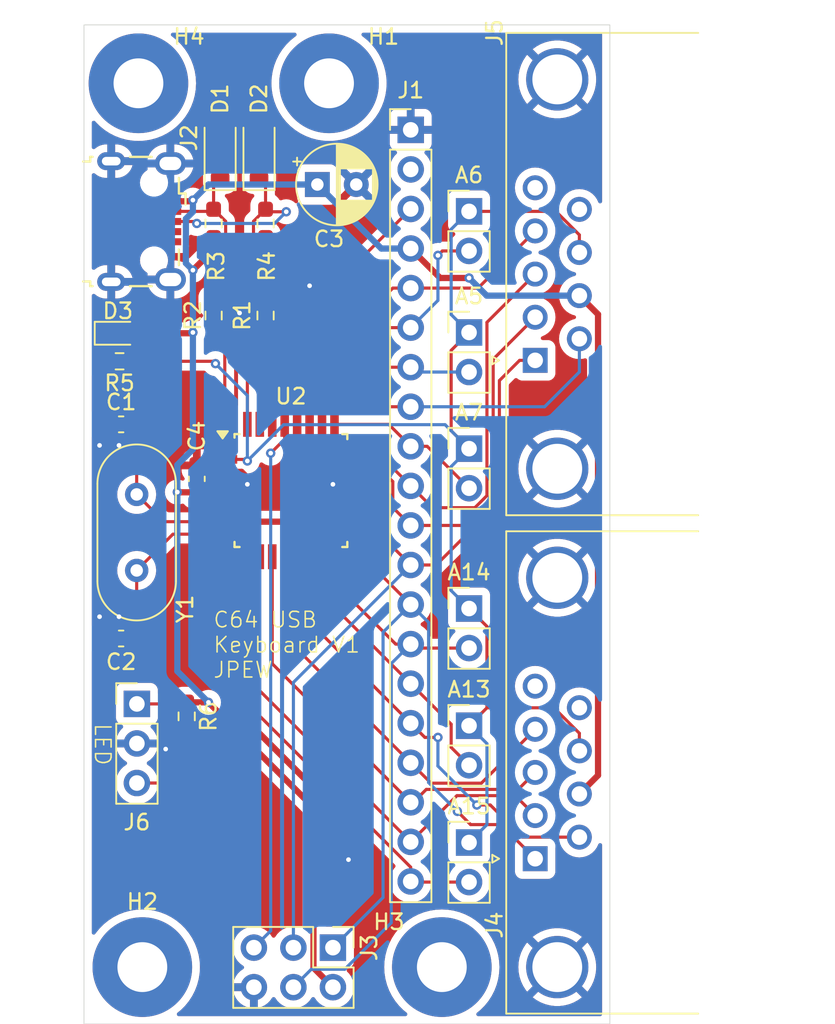
<source format=kicad_pcb>
(kicad_pcb (version 20240108) (generator "pcbnew") (generator_version "8.0")
  (layers (0 "F.Cu" signal) (31 "B.Cu" signal) (34 "B.Paste" user) (35 "F.Paste" user) (36 "B.SilkS" user "B.Silkscreen") (37 "F.SilkS" user "F.Silkscreen") (38 "B.Mask" user) (39 "F.Mask" user) (44 "Edge.Cuts" user))
  (net 0 "")
  (net 1 "/D-")
  (net 2 "GNDREF")
  (net 3 "/D+")
  (net 4 "Net-(D3-K)")
  (net 5 "/ROW_3")
  (net 6 "/ROW_2")
  (net 7 "/COL_1")
  (net 8 "/COL_3")
  (net 9 "/COL_4")
  (net 10 "/ROW_5")
  (net 11 "/COL_7")
  (net 12 "/ROW_4")
  (net 13 "/ROW_1")
  (net 14 "/COL_5")
  (net 15 "/COL_2")
  (net 16 "/COL_6")
  (net 18 "/ROW_7")
  (net 19 "/COL_0")
  (net 20 "/ROW_6")
  (net 21 "/ROW_0")
  (net 22 "/PWR")
  (net 23 "/RESTORE")
  (net 24 "/RESET")
  (net 30 "Net-(J6-Pin_1)")
  (net 31 "/AUX")
  (net 35 "/XTAL1")
  (net 36 "/XTAL2")
  (net 37 "Net-(U2-PD2)")
  (net 38 "Net-(U2-PD3)")
  (footprint "Capacitor_SMD:C_0603_1608Metric_Pad1.08x0.95mm_HandSolder" (layer "F.Cu") (at 125.25 82.15 90)
    (property "Reference" "C4" (at 2.75 0 90) (layer "F.SilkS"))
    (property "Value" "100nF")
    (pad "1" smd roundrect (at -0.8625 0 90) (size 1.075 0.95) (layers "F.Cu" "F.Paste" "F.Mask") (net 22 "/PWR"))
    (pad "2" smd roundrect (at 0.8625 0 90) (size 1.075 0.95) (layers "F.Cu" "F.Paste" "F.Mask") (net 2 "GNDREF"))
  )
  (footprint "Connector_PinHeader_2.54mm:PinHeader_1x02_P2.54mm_Vertical" (layer "F.Cu") (at 142.75 98)
    (property "Reference" "A13" (at 0 -2.33 0) (layer "F.SilkS"))
    (property "Value" "~")
    (pad "1" thru_hole rect (at 0 0) (size 1.7 1.7) (drill 1) (layers "*.Cu" "*.Mask") (net 31 "/AUX"))
    (pad "2" thru_hole oval (at 0 2.54) (size 1.7 1.7) (drill 1) (layers "*.Cu" "*.Mask") (net 10 "/ROW_5"))
  )
  (footprint "Connector_PinHeader_2.54mm:PinHeader_1x02_P2.54mm_Vertical" (layer "F.Cu") (at 142.75 90.475)
    (property "Reference" "A14" (at 0 -2.33 0) (layer "F.SilkS"))
    (property "Value" "~")
    (pad "1" thru_hole rect (at 0 0) (size 1.7 1.7) (drill 1) (layers "*.Cu" "*.Mask") (net 31 "/AUX"))
    (pad "2" thru_hole oval (at 0 2.54) (size 1.7 1.7) (drill 1) (layers "*.Cu" "*.Mask") (net 20 "/ROW_6"))
  )
  (footprint "Connector_Dsub:DSUB-9_Male_Horizontal_P2.77x2.84mm_EdgePinOffset7.70mm_Housed_MountingHolesOffset9.12mm" (layer "F.Cu") (at 147 74.54 90)
    (property "Reference" "J5" (at 21.04 -2.61 90) (layer "F.SilkS"))
    (property "Value" "Joystick2")
    (pad "0" thru_hole circle (at -6.96 1.42 90) (size 4 4) (drill 3.2) (layers "*.Cu" "*.Mask") (net 2 "GNDREF"))
    (pad "0" thru_hole circle (at 18.04 1.42 90) (size 4 4) (drill 3.2) (layers "*.Cu" "*.Mask") (net 2 "GNDREF"))
    (pad "1" thru_hole rect (at 0 0 90) (size 1.6 1.6) (drill 1) (layers "*.Cu" "*.Mask") (net 19 "/COL_0"))
    (pad "2" thru_hole circle (at 2.77 0 90) (size 1.6 1.6) (drill 1) (layers "*.Cu" "*.Mask") (net 7 "/COL_1"))
    (pad "3" thru_hole circle (at 5.54 0 90) (size 1.6 1.6) (drill 1) (layers "*.Cu" "*.Mask") (net 15 "/COL_2"))
    (pad "4" thru_hole circle (at 8.31 0 90) (size 1.6 1.6) (drill 1) (layers "*.Cu" "*.Mask") (net 8 "/COL_3"))
    (pad "5" thru_hole circle (at 11.08 0 90) (size 1.6 1.6) (drill 1) (layers "*.Cu" "*.Mask"))
    (pad "6" thru_hole circle (at 1.385 2.84 90) (size 1.6 1.6) (drill 1) (layers "*.Cu" "*.Mask") (net 9 "/COL_4"))
    (pad "7" thru_hole circle (at 4.155 2.84 90) (size 1.6 1.6) (drill 1) (layers "*.Cu" "*.Mask") (net 22 "/PWR"))
    (pad "8" thru_hole circle (at 6.925 2.84 90) (size 1.6 1.6) (drill 1) (layers "*.Cu" "*.Mask") (net 31 "/AUX"))
    (pad "9" thru_hole circle (at 9.695 2.84 90) (size 1.6 1.6) (drill 1) (layers "*.Cu" "*.Mask"))
  )
  (footprint "Capacitor_SMD:C_0603_1608Metric_Pad1.08x0.95mm_HandSolder" (layer "F.Cu") (at 120.3875 92.4)
    (property "Reference" "C2" (at 0 1.5 0) (layer "F.SilkS"))
    (property "Value" "20pF")
    (pad "1" smd roundrect (at -0.8625 0) (size 1.075 0.95) (layers "F.Cu" "F.Paste" "F.Mask") (net 2 "GNDREF"))
    (pad "2" smd roundrect (at 0.8625 0) (size 1.075 0.95) (layers "F.Cu" "F.Paste" "F.Mask") (net 36 "/XTAL2"))
  )
  (footprint "Connector_PinHeader_2.54mm:PinHeader_2x03_P2.54mm_Vertical" (layer "F.Cu") (at 134 112.25 -90)
    (property "Reference" "J3" (at 0 -2.33 90) (layer "F.SilkS"))
    (property "Value" "AVR-ISP-6")
    (pad "1" thru_hole rect (at 0 0 270) (size 1.7 1.7) (drill 1) (layers "*.Cu" "*.Mask") (net 21 "/ROW_0"))
    (pad "2" thru_hole oval (at 2.54 0 270) (size 1.7 1.7) (drill 1) (layers "*.Cu" "*.Mask") (net 22 "/PWR"))
    (pad "3" thru_hole oval (at 0 2.54 270) (size 1.7 1.7) (drill 1) (layers "*.Cu" "*.Mask") (net 19 "/COL_0"))
    (pad "4" thru_hole oval (at 2.54 2.54 270) (size 1.7 1.7) (drill 1) (layers "*.Cu" "*.Mask") (net 20 "/ROW_6"))
    (pad "5" thru_hole oval (at 0 5.08 270) (size 1.7 1.7) (drill 1) (layers "*.Cu" "*.Mask") (net 24 "/RESET"))
    (pad "6" thru_hole oval (at 2.54 5.08 270) (size 1.7 1.7) (drill 1) (layers "*.Cu" "*.Mask") (net 2 "GNDREF"))
  )
  (footprint "Connector_PinHeader_2.54mm:PinHeader_1x03_P2.54mm_Vertical" (layer "F.Cu") (at 121.4 96.6)
    (property "Reference" "J6" (at 0 7.6 0) (layer "F.SilkS"))
    (property "Value" "LED")
    (pad "1" thru_hole rect (at 0 0) (size 1.7 1.7) (drill 1) (layers "*.Cu" "*.Mask") (net 30 "Net-(J6-Pin_1)"))
    (pad "2" thru_hole oval (at 0 2.54) (size 1.7 1.7) (drill 1) (layers "*.Cu" "*.Mask") (net 2 "GNDREF"))
    (pad "3" thru_hole oval (at 0 5.08) (size 1.7 1.7) (drill 1) (layers "*.Cu" "*.Mask") (net 30 "Net-(J6-Pin_1)"))
  )
  (footprint "Connector_PinHeader_2.54mm:PinHeader_1x02_P2.54mm_Vertical" (layer "F.Cu") (at 142.75 72.75)
    (property "Reference" "A5" (at 0 -2.33 0) (layer "F.SilkS"))
    (property "Value" "~")
    (pad "1" thru_hole rect (at 0 0) (size 1.7 1.7) (drill 1) (layers "*.Cu" "*.Mask") (net 31 "/AUX"))
    (pad "2" thru_hole oval (at 0 2.54) (size 1.7 1.7) (drill 1) (layers "*.Cu" "*.Mask") (net 14 "/COL_5"))
  )
  (footprint "Diode_SMD:D_SOD-123" (layer "F.Cu") (at 129.25 61.25 90)
    (property "Reference" "D2" (at 3.5 0 90) (layer "F.SilkS"))
    (property "Value" "3.6V")
    (pad "1" smd roundrect (at -1.65 0 90) (size 0.9 1.2) (layers "F.Cu" "F.Paste" "F.Mask") (net 3 "/D+"))
    (pad "2" smd roundrect (at 1.65 0 90) (size 0.9 1.2) (layers "F.Cu" "F.Paste" "F.Mask") (net 2 "GNDREF"))
  )
  (footprint "Resistor_SMD:R_0603_1608Metric_Pad0.98x0.95mm_HandSolder" (layer "F.Cu") (at 129.67 71.6625 90)
    (property "Reference" "R1" (at 0 -1.5 90) (layer "F.SilkS"))
    (property "Value" "68")
    (pad "1" smd roundrect (at -0.9125 0 90) (size 0.975 0.95) (layers "F.Cu" "F.Paste" "F.Mask") (net 37 "Net-(U2-PD2)"))
    (pad "2" smd roundrect (at 0.9125 0 90) (size 0.975 0.95) (layers "F.Cu" "F.Paste" "F.Mask") (net 3 "/D+"))
  )
  (footprint "Package_QFP:TQFP-32_7x7mm_P0.8mm" (layer "F.Cu") (at 131.3 82.9)
    (property "Reference" "U2" (at 0 -6.05 0) (layer "F.SilkS"))
    (property "Value" "ATmega88-20A")
    (pad "1" smd rect (at -4.25 -2.8) (size 1.6 0.55) (layers "F.Cu" "F.Paste" "F.Mask") (net 38 "Net-(U2-PD3)"))
    (pad "2" smd rect (at -4.25 -2) (size 1.6 0.55) (layers "F.Cu" "F.Paste" "F.Mask") (net 31 "/AUX"))
    (pad "3" smd rect (at -4.25 -1.2) (size 1.6 0.55) (layers "F.Cu" "F.Paste" "F.Mask") (net 2 "GNDREF"))
    (pad "4" smd rect (at -4.25 -0.4) (size 1.6 0.55) (layers "F.Cu" "F.Paste" "F.Mask") (net 22 "/PWR"))
    (pad "5" smd rect (at -4.25 0.4) (size 1.6 0.55) (layers "F.Cu" "F.Paste" "F.Mask") (net 2 "GNDREF"))
    (pad "6" smd rect (at -4.25 1.2) (size 1.6 0.55) (layers "F.Cu" "F.Paste" "F.Mask") (net 22 "/PWR"))
    (pad "7" smd rect (at -4.25 2) (size 1.6 0.55) (layers "F.Cu" "F.Paste" "F.Mask") (net 35 "/XTAL1"))
    (pad "8" smd rect (at -4.25 2.8) (size 1.6 0.55) (layers "F.Cu" "F.Paste" "F.Mask") (net 36 "/XTAL2"))
    (pad "9" smd rect (at -2.8 4.25 90) (size 1.6 0.55) (layers "F.Cu" "F.Paste" "F.Mask") (net 18 "/ROW_7"))
    (pad "10" smd rect (at -2 4.25 90) (size 1.6 0.55) (layers "F.Cu" "F.Paste" "F.Mask") (net 13 "/ROW_1"))
    (pad "11" smd rect (at -1.2 4.25 90) (size 1.6 0.55) (layers "F.Cu" "F.Paste" "F.Mask") (net 6 "/ROW_2"))
    (pad "12" smd rect (at -0.4 4.25 90) (size 1.6 0.55) (layers "F.Cu" "F.Paste" "F.Mask") (net 5 "/ROW_3"))
    (pad "13" smd rect (at 0.4 4.25 90) (size 1.6 0.55) (layers "F.Cu" "F.Paste" "F.Mask") (net 12 "/ROW_4"))
    (pad "14" smd rect (at 1.2 4.25 90) (size 1.6 0.55) (layers "F.Cu" "F.Paste" "F.Mask") (net 10 "/ROW_5"))
    (pad "15" smd rect (at 2 4.25 90) (size 1.6 0.55) (layers "F.Cu" "F.Paste" "F.Mask") (net 20 "/ROW_6"))
    (pad "16" smd rect (at 2.8 4.25 90) (size 1.6 0.55) (layers "F.Cu" "F.Paste" "F.Mask") (net 21 "/ROW_0"))
    (pad "17" smd rect (at 4.25 2.8) (size 1.6 0.55) (layers "F.Cu" "F.Paste" "F.Mask") (net 19 "/COL_0"))
    (pad "18" smd rect (at 4.25 2) (size 1.6 0.55) (layers "F.Cu" "F.Paste" "F.Mask") (net 22 "/PWR"))
    (pad "19" smd rect (at 4.25 1.2) (size 1.6 0.55) (layers "F.Cu" "F.Paste" "F.Mask"))
    (pad "20" smd rect (at 4.25 0.4) (size 1.6 0.55) (layers "F.Cu" "F.Paste" "F.Mask"))
    (pad "21" smd rect (at 4.25 -0.4) (size 1.6 0.55) (layers "F.Cu" "F.Paste" "F.Mask") (net 2 "GNDREF"))
    (pad "22" smd rect (at 4.25 -1.2) (size 1.6 0.55) (layers "F.Cu" "F.Paste" "F.Mask"))
    (pad "23" smd rect (at 4.25 -2) (size 1.6 0.55) (layers "F.Cu" "F.Paste" "F.Mask") (net 7 "/COL_1"))
    (pad "24" smd rect (at 4.25 -2.8) (size 1.6 0.55) (layers "F.Cu" "F.Paste" "F.Mask") (net 15 "/COL_2"))
    (pad "25" smd rect (at 2.8 -4.25 90) (size 1.6 0.55) (layers "F.Cu" "F.Paste" "F.Mask") (net 11 "/COL_7"))
    (pad "26" smd rect (at 2 -4.25 90) (size 1.6 0.55) (layers "F.Cu" "F.Paste" "F.Mask") (net 9 "/COL_4"))
    (pad "27" smd rect (at 1.2 -4.25 90) (size 1.6 0.55) (layers "F.Cu" "F.Paste" "F.Mask") (net 14 "/COL_5"))
    (pad "28" smd rect (at 0.4 -4.25 90) (size 1.6 0.55) (layers "F.Cu" "F.Paste" "F.Mask") (net 16 "/COL_6"))
    (pad "29" smd rect (at -0.4 -4.25 90) (size 1.6 0.55) (layers "F.Cu" "F.Paste" "F.Mask") (net 24 "/RESET"))
    (pad "30" smd rect (at -1.2 -4.25 90) (size 1.6 0.55) (layers "F.Cu" "F.Paste" "F.Mask") (net 8 "/COL_3"))
    (pad "31" smd rect (at -2 -4.25 90) (size 1.6 0.55) (layers "F.Cu" "F.Paste" "F.Mask") (net 23 "/RESTORE"))
    (pad "32" smd rect (at -2.8 -4.25 90) (size 1.6 0.55) (layers "F.Cu" "F.Paste" "F.Mask") (net 37 "Net-(U2-PD2)"))
  )
  (footprint "Connector_PinHeader_2.54mm:PinHeader_1x02_P2.54mm_Vertical" (layer "F.Cu") (at 142.75 80.21)
    (property "Reference" "A7" (at 0 -2.33 0) (layer "F.SilkS"))
    (property "Value" "~")
    (pad "1" thru_hole rect (at 0 0) (size 1.7 1.7) (drill 1) (layers "*.Cu" "*.Mask") (net 31 "/AUX"))
    (pad "2" thru_hole oval (at 0 2.54) (size 1.7 1.7) (drill 1) (layers "*.Cu" "*.Mask") (net 11 "/COL_7"))
  )
  (footprint "Resistor_SMD:R_0603_1608Metric_Pad0.98x0.95mm_HandSolder" (layer "F.Cu") (at 129.67 65.75 90)
    (property "Reference" "R4" (at -2.75 0.08 90) (layer "F.SilkS"))
    (property "Value" "1M")
    (pad "1" smd roundrect (at -0.9125 0 90) (size 0.975 0.95) (layers "F.Cu" "F.Paste" "F.Mask") (net 2 "GNDREF"))
    (pad "2" smd roundrect (at 0.9125 0 90) (size 0.975 0.95) (layers "F.Cu" "F.Paste" "F.Mask") (net 3 "/D+"))
  )
  (footprint "Connector_PinHeader_2.54mm:PinHeader_1x02_P2.54mm_Vertical" (layer "F.Cu") (at 142.75 64.975)
    (property "Reference" "A6" (at 0 -2.33 0) (layer "F.SilkS"))
    (property "Value" "~")
    (pad "1" thru_hole rect (at 0 0) (size 1.7 1.7) (drill 1) (layers "*.Cu" "*.Mask") (net 31 "/AUX"))
    (pad "2" thru_hole oval (at 0 2.54) (size 1.7 1.7) (drill 1) (layers "*.Cu" "*.Mask") (net 16 "/COL_6"))
  )
  (footprint "Connector_PinHeader_2.54mm:PinHeader_1x20_P2.54mm_Vertical" (layer "F.Cu") (at 139 59.74)
    (property "Reference" "J1" (at 0 -2.54 0) (layer "F.SilkS"))
    (property "Value" "Keyboard")
    (pad "1" thru_hole rect (at 0 0) (size 1.7 1.7) (drill 1) (layers "*.Cu" "*.Mask") (net 2 "GNDREF"))
    (pad "2" thru_hole oval (at 0 2.54) (size 1.7 1.7) (drill 1) (layers "*.Cu" "*.Mask"))
    (pad "3" thru_hole oval (at 0 5.08) (size 1.7 1.7) (drill 1) (layers "*.Cu" "*.Mask") (net 23 "/RESTORE"))
    (pad "4" thru_hole oval (at 0 7.62) (size 1.7 1.7) (drill 1) (layers "*.Cu" "*.Mask") (net 22 "/PWR"))
    (pad "5" thru_hole oval (at 0 10.16) (size 1.7 1.7) (drill 1) (layers "*.Cu" "*.Mask") (net 8 "/COL_3"))
    (pad "6" thru_hole oval (at 0 12.7) (size 1.7 1.7) (drill 1) (layers "*.Cu" "*.Mask") (net 16 "/COL_6"))
    (pad "7" thru_hole oval (at 0 15.24) (size 1.7 1.7) (drill 1) (layers "*.Cu" "*.Mask") (net 14 "/COL_5"))
    (pad "8" thru_hole oval (at 0 17.78) (size 1.7 1.7) (drill 1) (layers "*.Cu" "*.Mask") (net 9 "/COL_4"))
    (pad "9" thru_hole oval (at 0 20.32) (size 1.7 1.7) (drill 1) (layers "*.Cu" "*.Mask") (net 11 "/COL_7"))
    (pad "10" thru_hole oval (at 0 22.86) (size 1.7 1.7) (drill 1) (layers "*.Cu" "*.Mask") (net 15 "/COL_2"))
    (pad "11" thru_hole oval (at 0 25.4) (size 1.7 1.7) (drill 1) (layers "*.Cu" "*.Mask") (net 7 "/COL_1"))
    (pad "12" thru_hole oval (at 0 27.94) (size 1.7 1.7) (drill 1) (layers "*.Cu" "*.Mask") (net 19 "/COL_0"))
    (pad "13" thru_hole oval (at 0 30.48) (size 1.7 1.7) (drill 1) (layers "*.Cu" "*.Mask") (net 21 "/ROW_0"))
    (pad "14" thru_hole oval (at 0 33.02) (size 1.7 1.7) (drill 1) (layers "*.Cu" "*.Mask") (net 20 "/ROW_6"))
    (pad "15" thru_hole oval (at 0 35.56) (size 1.7 1.7) (drill 1) (layers "*.Cu" "*.Mask") (net 10 "/ROW_5"))
    (pad "16" thru_hole oval (at 0 38.1) (size 1.7 1.7) (drill 1) (layers "*.Cu" "*.Mask") (net 12 "/ROW_4"))
    (pad "17" thru_hole oval (at 0 40.64) (size 1.7 1.7) (drill 1) (layers "*.Cu" "*.Mask") (net 5 "/ROW_3"))
    (pad "18" thru_hole oval (at 0 43.18) (size 1.7 1.7) (drill 1) (layers "*.Cu" "*.Mask") (net 6 "/ROW_2"))
    (pad "19" thru_hole oval (at 0 45.72) (size 1.7 1.7) (drill 1) (layers "*.Cu" "*.Mask") (net 13 "/ROW_1"))
    (pad "20" thru_hole oval (at 0 48.26) (size 1.7 1.7) (drill 1) (layers "*.Cu" "*.Mask") (net 18 "/ROW_7"))
  )
  (footprint "Connector_Dsub:DSUB-9_Male_Horizontal_P2.77x2.84mm_EdgePinOffset7.70mm_Housed_MountingHolesOffset9.12mm" (layer "F.Cu") (at 147 106.54 90)
    (property "Reference" "J4" (at -4.26 -2.61 90) (layer "F.SilkS"))
    (property "Value" "Joystick1")
    (pad "0" thru_hole circle (at -6.96 1.42 90) (size 4 4) (drill 3.2) (layers "*.Cu" "*.Mask") (net 2 "GNDREF"))
    (pad "0" thru_hole circle (at 18.04 1.42 90) (size 4 4) (drill 3.2) (layers "*.Cu" "*.Mask") (net 2 "GNDREF"))
    (pad "1" thru_hole rect (at 0 0 90) (size 1.6 1.6) (drill 1) (layers "*.Cu" "*.Mask") (net 21 "/ROW_0"))
    (pad "2" thru_hole circle (at 2.77 0 90) (size 1.6 1.6) (drill 1) (layers "*.Cu" "*.Mask") (net 13 "/ROW_1"))
    (pad "3" thru_hole circle (at 5.54 0 90) (size 1.6 1.6) (drill 1) (layers "*.Cu" "*.Mask") (net 6 "/ROW_2"))
    (pad "4" thru_hole circle (at 8.31 0 90) (size 1.6 1.6) (drill 1) (layers "*.Cu" "*.Mask") (net 5 "/ROW_3"))
    (pad "5" thru_hole circle (at 11.08 0 90) (size 1.6 1.6) (drill 1) (layers "*.Cu" "*.Mask"))
    (pad "6" thru_hole circle (at 1.385 2.84 90) (size 1.6 1.6) (drill 1) (layers "*.Cu" "*.Mask") (net 12 "/ROW_4"))
    (pad "7" thru_hole circle (at 4.155 2.84 90) (size 1.6 1.6) (drill 1) (layers "*.Cu" "*.Mask") (net 22 "/PWR"))
    (pad "8" thru_hole circle (at 6.925 2.84 90) (size 1.6 1.6) (drill 1) (layers "*.Cu" "*.Mask") (net 31 "/AUX"))
    (pad "9" thru_hole circle (at 9.695 2.84 90) (size 1.6 1.6) (drill 1) (layers "*.Cu" "*.Mask"))
  )
  (footprint "Diode_SMD:D_SOD-123" (layer "F.Cu") (at 126.75 61.25 90)
    (property "Reference" "D1" (at 3.5 0 90) (layer "F.SilkS"))
    (property "Value" "3.6V")
    (pad "1" smd roundrect (at -1.65 0 90) (size 0.9 1.2) (layers "F.Cu" "F.Paste" "F.Mask") (net 1 "/D-"))
    (pad "2" smd roundrect (at 1.65 0 90) (size 0.9 1.2) (layers "F.Cu" "F.Paste" "F.Mask") (net 2 "GNDREF"))
  )
  (footprint "Capacitor_SMD:C_0603_1608Metric_Pad1.08x0.95mm_HandSolder" (layer "F.Cu") (at 120.3875 78.65)
    (property "Reference" "C1" (at 0 -1.43 0) (layer "F.SilkS"))
    (property "Value" "20pF")
    (pad "1" smd roundrect (at -0.8625 0) (size 1.075 0.95) (layers "F.Cu" "F.Paste" "F.Mask") (net 2 "GNDREF"))
    (pad "2" smd roundrect (at 0.8625 0) (size 1.075 0.95) (layers "F.Cu" "F.Paste" "F.Mask") (net 35 "/XTAL1"))
  )
  (footprint "Resistor_SMD:R_0603_1608Metric_Pad0.98x0.95mm_HandSolder" (layer "F.Cu") (at 126.33 71.6625 90)
    (property "Reference" "R2" (at 0 -1.33 90) (layer "F.SilkS"))
    (property "Value" "68")
    (pad "1" smd roundrect (at -0.9125 0 90) (size 0.975 0.95) (layers "F.Cu" "F.Paste" "F.Mask") (net 38 "Net-(U2-PD3)"))
    (pad "2" smd roundrect (at 0.9125 0 90) (size 0.975 0.95) (layers "F.Cu" "F.Paste" "F.Mask") (net 1 "/D-"))
  )
  (footprint "LED_SMD:LED_0603_1608Metric" (layer "F.Cu") (at 120.175 72.8)
    (property "Reference" "D3" (at 0 -1.43 0) (layer "F.SilkS"))
    (property "Value" "LED")
    (pad "1" smd roundrect (at -0.7875 0) (size 0.875 0.95) (layers "F.Cu" "F.Paste" "F.Mask") (net 4 "Net-(D3-K)"))
    (pad "2" smd roundrect (at 0.7875 0) (size 0.875 0.95) (layers "F.Cu" "F.Paste" "F.Mask") (net 22 "/PWR"))
  )
  (footprint "Resistor_SMD:R_0603_1608Metric_Pad0.98x0.95mm_HandSolder" (layer "F.Cu") (at 120.2875 74.6 180)
    (property "Reference" "R5" (at 0 -1.4 0) (layer "F.SilkS"))
    (property "Value" "120")
    (pad "1" smd roundrect (at -0.9125 0 180) (size 0.975 0.95) (layers "F.Cu" "F.Paste" "F.Mask") (net 31 "/AUX"))
    (pad "2" smd roundrect (at 0.9125 0 180) (size 0.975 0.95) (layers "F.Cu" "F.Paste" "F.Mask") (net 4 "Net-(D3-K)"))
  )
  (footprint "Capacitor_THT:CP_Radial_D5.0mm_P2.50mm" (layer "F.Cu") (at 133 63.25)
    (property "Reference" "C3" (at 0.75 3.5 0) (layer "F.SilkS"))
    (property "Value" "4.7uF")
    (pad "1" thru_hole rect (at 0 0) (size 1.6 1.6) (drill 0.8) (layers "*.Cu" "*.Mask") (net 22 "/PWR"))
    (pad "2" thru_hole circle (at 2.5 0) (size 1.6 1.6) (drill 0.8) (layers "*.Cu" "*.Mask") (net 2 "GNDREF"))
  )
  (footprint "MountingHole:MountingHole_3.2mm_M3_Pad_TopBottom" (layer "F.Cu") (at 121.5 56.75)
    (property "Reference" "H4" (at 3.25 -3 0) (layer "F.SilkS"))
    (property "Value" "MountingHole")
    (pad "1" thru_hole circle (at 0 0) (size 3.6 3.6) (drill 3.2) (layers "*.Cu" "*.Mask"))
    (pad "1" connect circle (at 0 0) (size 6.4 6.4) (layers "F.Cu" "F.Mask"))
    (pad "1" connect circle (at 0 0) (size 6.4 6.4) (layers "B.Cu" "B.Mask"))
  )
  (footprint "Connector_USB:USB_Micro-B_Wuerth_629105150521" (layer "F.Cu") (at 121.7 65.625 -90)
    (property "Reference" "J2" (at -5.375 -3.05 90) (layer "F.SilkS"))
    (property "Value" "USB_B_Micro")
    (pad "" np_thru_hole oval (at -2.5 -0.8 270) (size 0.8 0.8) (drill 0.8) (layers "*.Cu" "*.Mask"))
    (pad "" np_thru_hole oval (at 2.5 -0.8 270) (size 0.8 0.8) (drill 0.8) (layers "*.Cu" "*.Mask"))
    (pad "1" smd rect (at -1.3 -1.9 270) (size 0.45 1.3) (layers "F.Cu" "F.Paste" "F.Mask") (net 22 "/PWR"))
    (pad "2" smd rect (at -0.65 -1.9 270) (size 0.45 1.3) (layers "F.Cu" "F.Paste" "F.Mask") (net 1 "/D-"))
    (pad "3" smd rect (at 0 -1.9 270) (size 0.45 1.3) (layers "F.Cu" "F.Paste" "F.Mask") (net 3 "/D+"))
    (pad "4" smd rect (at 0.65 -1.9 270) (size 0.45 1.3) (layers "F.Cu" "F.Paste" "F.Mask"))
    (pad "5" smd rect (at 1.3 -1.9 270) (size 0.45 1.3) (layers "F.Cu" "F.Paste" "F.Mask") (net 2 "GNDREF"))
    (pad "6" thru_hole oval (at -3.875 1.95 270) (size 1.15 1.8) (drill oval 0.55 1.2) (layers "*.Cu" "*.Mask") (net 2 "GNDREF"))
    (pad "6" thru_hole oval (at -3.725 -1.85 270) (size 1.45 2) (drill oval 0.85 1.4) (layers "*.Cu" "*.Mask") (net 2 "GNDREF"))
    (pad "6" thru_hole oval (at 3.725 -1.85 270) (size 1.45 2) (drill oval 0.85 1.4) (layers "*.Cu" "*.Mask") (net 2 "GNDREF"))
    (pad "6" thru_hole oval (at 3.875 1.95 270) (size 1.15 1.8) (drill oval 0.55 1.2) (layers "*.Cu" "*.Mask") (net 2 "GNDREF"))
  )
  (footprint "Crystal:Crystal_HC49-U_Vertical" (layer "F.Cu") (at 121.3875 88.03 90)
    (property "Reference" "Y1" (at -2.47 3.1125 90) (layer "F.SilkS"))
    (property "Value" "16MHz")
    (pad "1" thru_hole circle (at 0 0 90) (size 1.5 1.5) (drill 0.8) (layers "*.Cu" "*.Mask") (net 36 "/XTAL2"))
    (pad "2" thru_hole circle (at 4.88 0 90) (size 1.5 1.5) (drill 0.8) (layers "*.Cu" "*.Mask") (net 35 "/XTAL1"))
  )
  (footprint "MountingHole:MountingHole_3.2mm_M3_Pad_TopBottom" (layer "F.Cu") (at 141 113.5)
    (property "Reference" "H3" (at -3.4 -2.9 0) (layer "F.SilkS"))
    (property "Value" "MountingHole")
    (pad "1" thru_hole circle (at 0 0) (size 3.6 3.6) (drill 3.2) (layers "*.Cu" "*.Mask"))
    (pad "1" connect circle (at 0 0) (size 6.4 6.4) (layers "F.Cu" "F.Mask"))
    (pad "1" connect circle (at 0 0) (size 6.4 6.4) (layers "B.Cu" "B.Mask"))
  )
  (footprint "MountingHole:MountingHole_3.2mm_M3_Pad_TopBottom" (layer "F.Cu") (at 121.75 113.5)
    (property "Reference" "H2" (at 0 -4.2 0) (layer "F.SilkS"))
    (property "Value" "MountingHole")
    (pad "1" thru_hole circle (at 0 0) (size 3.6 3.6) (drill 3.2) (layers "*.Cu" "*.Mask"))
    (pad "1" connect circle (at 0 0) (size 6.4 6.4) (layers "F.Cu" "F.Mask"))
    (pad "1" connect circle (at 0 0) (size 6.4 6.4) (layers "B.Cu" "B.Mask"))
  )
  (footprint "Resistor_SMD:R_0603_1608Metric_Pad0.98x0.95mm_HandSolder" (layer "F.Cu") (at 126.33 65.75 -90)
    (property "Reference" "R3" (at 2.75 -0.17 90) (layer "F.SilkS"))
    (property "Value" "1.5K")
    (pad "1" smd roundrect (at -0.9125 0 270) (size 0.975 0.95) (layers "F.Cu" "F.Paste" "F.Mask") (net 1 "/D-"))
    (pad "2" smd roundrect (at 0.9125 0 270) (size 0.975 0.95) (layers "F.Cu" "F.Paste" "F.Mask") (net 22 "/PWR"))
  )
  (footprint "MountingHole:MountingHole_3.2mm_M3_Pad_TopBottom" (layer "F.Cu") (at 133.75 56.75)
    (property "Reference" "H1" (at 3.5 -3 0) (layer "F.SilkS"))
    (property "Value" "MountingHole")
    (pad "1" thru_hole circle (at 0 0) (size 3.6 3.6) (drill 3.2) (layers "*.Cu" "*.Mask"))
    (pad "1" connect circle (at 0 0) (size 6.4 6.4) (layers "F.Cu" "F.Mask"))
    (pad "1" connect circle (at 0 0) (size 6.4 6.4) (layers "B.Cu" "B.Mask"))
  )
  (footprint "Resistor_SMD:R_0603_1608Metric_Pad0.98x0.95mm_HandSolder" (layer "F.Cu") (at 124.6 97.4 90)
    (property "Reference" "R6" (at 0 1.4 90) (layer "F.SilkS"))
    (property "Value" "390")
    (pad "1" smd roundrect (at -0.9125 0 90) (size 0.975 0.95) (layers "F.Cu" "F.Paste" "F.Mask") (net 30 "Net-(J6-Pin_1)"))
    (pad "2" smd roundrect (at 0.9125 0 90) (size 0.975 0.95) (layers "F.Cu" "F.Paste" "F.Mask") (net 22 "/PWR"))
  )
  (footprint "Connector_PinHeader_2.54mm:PinHeader_1x02_P2.54mm_Vertical" (layer "F.Cu") (at 142.75 105.5)
    (property "Reference" "A15" (at 0 -2.33 0) (layer "F.SilkS"))
    (property "Value" "~")
    (pad "1" thru_hole rect (at 0 0) (size 1.7 1.7) (drill 1) (layers "*.Cu" "*.Mask") (net 31 "/AUX"))
    (pad "2" thru_hole oval (at 0 2.54) (size 1.7 1.7) (drill 1) (layers "*.Cu" "*.Mask") (net 18 "/ROW_7"))
  )
  (gr_rect (start 118 53) (end 151.8 117.15) (stroke (width 0.05)) (fill none) (layer "Edge.Cuts"))
  (gr_text "C64 USB\nKeyboard V1\nJPEW" (at 126.25 95 0) (layer "F.SilkS") (effects (font (size 1 1) (thickness 0.1)) (justify left bottom)))
  (gr_text "LED" (at 119.2 99.2 -90) (layer "F.SilkS") (effects (font (size 1 1) (thickness 0.1))))
  (segment (start 126.33 64.8375) (end 127.105 65.6125) (width 0.2) (layer "F.Cu") (net 1))
  (segment (start 126.33 63.32) (end 126.75 62.9) (width 0.2) (layer "F.Cu") (net 1))
  (segment (start 127.105 69.975) (end 126.33 70.75) (width 0.2) (layer "F.Cu") (net 1))
  (segment (start 126.1925 64.975) (end 126.33 64.8375) (width 0.2) (layer "F.Cu") (net 1))
  (segment (start 126.33 64.8375) (end 126.33 63.32) (width 0.2) (layer "F.Cu") (net 1))
  (segment (start 127.105 65.6125) (end 127.105 69.975) (width 0.2) (layer "F.Cu") (net 1))
  (segment (start 123.6 64.975) (end 126.1925 64.975) (width 0.2) (layer "F.Cu") (net 1))
  (segment (start 127.05 81.7) (end 125.6625 81.7) (width 0.4) (layer "F.Cu") (net 2))
  (segment (start 125.6625 81.7) (end 125.25 81.2875) (width 0.4) (layer "F.Cu") (net 2))
  (segment (start 119.75 67.5) (end 119.75 69.5) (width 0.4) (layer "F.Cu") (net 2))
  (segment (start 128.5 82.075) (end 128.125 81.7) (width 0.4) (layer "F.Cu") (net 2))
  (segment (start 128.5 82.5) (end 128.5 82.075) (width 0.4) (layer "F.Cu") (net 2))
  (segment (start 128.5 82.925) (end 128.5 82.5) (width 0.4) (layer "F.Cu") (net 2))
  (segment (start 123.6 66.925) (end 120.325 66.925) (width 0.4) (layer "F.Cu") (net 2))
  (segment (start 127.05 83.3) (end 128.125 83.3) (width 0.4) (layer "F.Cu") (net 2))
  (segment (start 128.125 81.7) (end 127.05 81.7) (width 0.4) (layer "F.Cu") (net 2))
  (segment (start 123.6 69.3) (end 123.55 69.35) (width 0.4) (layer "F.Cu") (net 2))
  (segment (start 128.125 83.3) (end 128.5 82.925) (width 0.4) (layer "F.Cu") (net 2))
  (segment (start 120.325 66.925) (end 119.75 67.5) (width 0.4) (layer "F.Cu") (net 2))
  (segment (start 135.55 82.5) (end 134 82.5) (width 0.4) (layer "F.Cu") (net 2))
  (segment (start 123.6 66.925) (end 123.6 69.3) (width 0.4) (layer "F.Cu") (net 2))
  (via (at 120.25 91) (size 0.6) (drill 0.3) (layers "F.Cu" "B.Cu") (net 2))
  (via (at 135 106.6) (size 0.6) (drill 0.3) (layers "F.Cu" "B.Cu") (net 2))
  (via (at 119 91) (size 0.6) (drill 0.3) (layers "F.Cu" "B.Cu") (net 2))
  (via (at 119 80) (size 0.6) (drill 0.3) (layers "F.Cu" "B.Cu") (net 2))
  (via (at 128.5 82.5) (size 0.6) (drill 0.3) (layers "F.Cu" "B.Cu") (net 2))
  (via (at 132.5 69.75) (size 0.6) (drill 0.3) (layers "F.Cu" "B.Cu") (net 2))
  (via (at 128 71.5) (size 0.6) (drill 0.3) (layers "F.Cu" "B.Cu") (net 2))
  (via (at 134 82.5) (size 0.6) (drill 0.3) (layers "F.Cu" "B.Cu") (net 2))
  (via (at 120.25 80) (size 0.6) (drill 0.3) (layers "F.Cu" "B.Cu") (net 2))
  (via (at 123.25 99.5) (size 0.6) (drill 0.3) (layers "F.Cu" "B.Cu") (net 2))
  (segment (start 128.895 65.6125) (end 128.895 69.975) (width 0.2) (layer "F.Cu") (net 3))
  (segment (start 131 65) (end 129.8325 65) (width 0.2) (layer "F.Cu") (net 3))
  (segment (start 125.125 65.625) (end 125.25 65.75) (width 0.2) (layer "F.Cu") (net 3))
  (segment (start 123.6 65.625) (end 125.125 65.625) (width 0.2) (layer "F.Cu") (net 3))
  (segment (start 129.8325 65) (end 129.67 64.8375) (width 0.2) (layer "F.Cu") (net 3))
  (segment (start 129.67 63.32) (end 129.25 62.9) (width 0.2) (layer "F.Cu") (net 3))
  (segment (start 129.67 64.8375) (end 129.67 63.32) (width 0.2) (layer "F.Cu") (net 3))
  (segment (start 129.67 64.8375) (end 128.895 65.6125) (width 0.2) (layer "F.Cu") (net 3))
  (segment (start 128.895 69.975) (end 129.67 70.75) (width 0.2) (layer "F.Cu") (net 3))
  (via (at 125.25 65.75) (size 0.6) (drill 0.3) (layers "F.Cu" "B.Cu") (net 3))
  (via (at 131 65) (size 0.6) (drill 0.3) (layers "F.Cu" "B.Cu") (net 3))
  (segment (start 130.25 65.75) (end 131 65) (width 0.2) (layer "B.Cu") (net 3))
  (segment (start 125.25 65.75) (end 130.25 65.75) (width 0.2) (layer "B.Cu") (net 3))
  (segment (start 119.3875 74.5875) (end 119.375 74.6) (width 0.2) (layer "F.Cu") (net 4))
  (segment (start 119.3875 72.8) (end 119.3875 74.5875) (width 0.2) (layer "F.Cu") (net 4))
  (segment (start 130.9 87.15) (end 130.9 92.28) (width 0.2) (layer "F.Cu") (net 5))
  (segment (start 130.9 92.28) (end 139 100.38) (width 0.2) (layer "F.Cu") (net 5))
  (segment (start 143.54 101.69) (end 140.31 101.69) (width 0.2) (layer "F.Cu") (net 5))
  (segment (start 139 100.38) (end 140.31 101.69) (width 0.2) (layer "F.Cu") (net 5))
  (segment (start 147 98.23) (end 143.54 101.69) (width 0.2) (layer "F.Cu") (net 5))
  (segment (start 139.17 102.92) (end 140 102.09) (width 0.2) (layer "F.Cu") (net 6))
  (segment (start 130.1 94.02) (end 139 102.92) (width 0.2) (layer "F.Cu") (net 6))
  (segment (start 145.91 102.09) (end 140 102.09) (width 0.2) (layer "F.Cu") (net 6))
  (segment (start 139 102.92) (end 139.17 102.92) (width 0.2) (layer "F.Cu") (net 6))
  (segment (start 147 101) (end 145.91 102.09) (width 0.2) (layer "F.Cu") (net 6))
  (segment (start 130.1 87.15) (end 130.1 94.02) (width 0.2) (layer "F.Cu") (net 6))
  (segment (start 142.61 85.14) (end 139 85.14) (width 0.2) (layer "F.Cu") (net 7))
  (segment (start 136.425 80.9) (end 137.85 82.325) (width 0.2) (layer "F.Cu") (net 7))
  (segment (start 135.55 80.9) (end 136.425 80.9) (width 0.2) (layer "F.Cu") (net 7))
  (segment (start 147 71.77) (end 144.3 74.47) (width 0.2) (layer "F.Cu") (net 7))
  (segment (start 137.85 83.99) (end 139 85.14) (width 0.2) (layer "F.Cu") (net 7))
  (segment (start 144.3 74.47) (end 144.3 83.45) (width 0.2) (layer "F.Cu") (net 7))
  (segment (start 137.85 82.325) (end 137.85 83.99) (width 0.2) (layer "F.Cu") (net 7))
  (segment (start 144.3 83.45) (end 142.61 85.14) (width 0.2) (layer "F.Cu") (net 7))
  (segment (start 143.33 69.9) (end 139 69.9) (width 0.2) (layer "F.Cu") (net 8))
  (segment (start 130.1 78.65) (end 130.1 77.65) (width 0.2) (layer "F.Cu") (net 8))
  (segment (start 147 66.23) (end 143.33 69.9) (width 0.2) (layer "F.Cu") (net 8))
  (segment (start 137.85 69.9) (end 139 69.9) (width 0.2) (layer "F.Cu") (net 8))
  (segment (start 130.1 77.65) (end 137.85 69.9) (width 0.2) (layer "F.Cu") (net 8))
  (segment (start 133.3 78.65) (end 133.3 77.65) (width 0.2) (layer "F.Cu") (net 9))
  (segment (start 133.43 77.52) (end 139 77.52) (width 0.2) (layer "F.Cu") (net 9))
  (segment (start 133.3 77.65) (end 133.43 77.52) (width 0.2) (layer "F.Cu") (net 9))
  (segment (start 149.84 75.28637) (end 147.60637 77.52) (width 0.2) (layer "B.Cu") (net 9))
  (segment (start 149.84 73.155) (end 149.84 75.28637) (width 0.2) (layer "B.Cu") (net 9))
  (segment (start 147.60637 77.52) (end 139 77.52) (width 0.2) (layer "B.Cu") (net 9))
  (segment (start 132.5 88.8) (end 139 95.3) (width 0.2) (layer "F.Cu") (net 10))
  (segment (start 141.6 97.9) (end 139 95.3) (width 0.2) (layer "F.Cu") (net 10))
  (segment (start 132.5 87.15) (end 132.5 88.8) (width 0.2) (layer "F.Cu") (net 10))
  (segment (start 141.6 99.39) (end 141.6 97.9) (width 0.2) (layer "F.Cu") (net 10))
  (segment (start 142.75 100.54) (end 141.6 99.39) (width 0.2) (layer "F.Cu") (net 10))
  (segment (start 137.59 78.65) (end 139 80.06) (width 0.2) (layer "F.Cu") (net 11))
  (segment (start 140.06 80.06) (end 139 80.06) (width 0.2) (layer "F.Cu") (net 11))
  (segment (start 134.1 78.65) (end 137.59 78.65) (width 0.2) (layer "F.Cu") (net 11))
  (segment (start 142.75 82.75) (end 140.06 80.06) (width 0.2) (layer "F.Cu") (net 11))
  (segment (start 140.75 98.75) (end 139.91 98.75) (width 0.2) (layer "F.Cu") (net 12))
  (segment (start 139.91 98.75) (end 139 97.84) (width 0.2) (layer "F.Cu") (net 12))
  (segment (start 131.7 87.15) (end 131.7 90.54) (width 0.2) (layer "F.Cu") (net 12))
  (segment (start 131.7 90.54) (end 139 97.84) (width 0.2) (layer "F.Cu") (net 12))
  (segment (start 146.180686 105.155) (end 144.115686 103.09) (width 0.2) (layer "F.Cu") (net 12))
  (segment (start 144.115686 103.09) (end 143.25 103.09) (width 0.2) (layer "F.Cu") (net 12))
  (segment (start 149.84 105.155) (end 146.180686 105.155) (width 0.2) (layer "F.Cu") (net 12))
  (via (at 140.75 98.75) (size 0.6) (drill 0.3) (layers "F.Cu" "B.Cu") (net 12))
  (via (at 143.25 103.09) (size 0.6) (drill 0.3) (layers "F.Cu" "B.Cu") (net 12))
  (segment (start 140.75 100.59) (end 140.75 98.75) (width 0.2) (layer "B.Cu") (net 12))
  (segment (start 143.25 103.09) (end 140.75 100.59) (width 0.2) (layer "B.Cu") (net 12))
  (segment (start 141.97 102.49) (end 139 105.46) (width 0.2) (layer "F.Cu") (net 13))
  (segment (start 129.3 87.15) (end 129.3 95.76) (width 0.2) (layer "F.Cu") (net 13))
  (segment (start 147 103.77) (end 145.72 102.49) (width 0.2) (layer "F.Cu") (net 13))
  (segment (start 145.72 102.49) (end 141.97 102.49) (width 0.2) (layer "F.Cu") (net 13))
  (segment (start 129.3 95.76) (end 139 105.46) (width 0.2) (layer "F.Cu") (net 13))
  (segment (start 135.295 74.98) (end 139 74.98) (width 0.2) (layer "F.Cu") (net 14))
  (segment (start 132.5 78.65) (end 132.5 77.775) (width 0.2) (layer "F.Cu") (net 14))
  (segment (start 132.5 77.775) (end 135.295 74.98) (width 0.2) (layer "F.Cu") (net 14))
  (segment (start 139.31 75.29) (end 139 74.98) (width 0.2) (layer "B.Cu") (net 14))
  (segment (start 142.75 75.29) (end 139.31 75.29) (width 0.2) (layer "B.Cu") (net 14))
  (segment (start 147 69) (end 143.9 72.1) (width 0.2) (layer "F.Cu") (net 15))
  (segment (start 136.5 80.1) (end 139 82.6) (width 0.2) (layer "F.Cu") (net 15))
  (segment (start 140.4 84) (end 139 82.6) (width 0.2) (layer "F.Cu") (net 15))
  (segment (start 143.9 83.226346) (end 143.126346 84) (width 0.2) (layer "F.Cu") (net 15))
  (segment (start 135.55 80.1) (end 136.5 80.1) (width 0.2) (layer "F.Cu") (net 15))
  (segment (start 143.126346 84) (end 140.4 84) (width 0.2) (layer "F.Cu") (net 15))
  (segment (start 143.9 72.1) (end 143.9 83.226346) (width 0.2) (layer "F.Cu") (net 15))
  (segment (start 141.035 67.515) (end 140.75 67.8) (width 0.2) (layer "F.Cu") (net 16))
  (segment (start 131.7 78.65) (end 131.7 77.65) (width 0.2) (layer "F.Cu") (net 16))
  (segment (start 136.91 72.44) (end 139 72.44) (width 0.2) (layer "F.Cu") (net 16))
  (segment (start 131.7 77.65) (end 136.91 72.44) (width 0.2) (layer "F.Cu") (net 16))
  (segment (start 142.75 67.515) (end 141.035 67.515) (width 0.2) (layer "F.Cu") (net 16))
  (via (at 140.75 67.8) (size 0.6) (drill 0.3) (layers "F.Cu" "B.Cu") (net 16))
  (segment (start 140.75 67.8) (end 140.75 70.69) (width 0.2) (layer "B.Cu") (net 16))
  (segment (start 140.75 70.69) (end 139 72.44) (width 0.2) (layer "B.Cu") (net 16))
  (segment (start 140.75 67.75) (end 140.75 67.8) (width 0.2) (layer "B.Cu") (net 16))
  (segment (start 128.5 96.586346) (end 139 107.086346) (width 0.2) (layer "F.Cu") (net 18))
  (segment (start 139 107.086346) (end 139 108) (width 0.2) (layer "F.Cu") (net 18))
  (segment (start 142.75 108.04) (end 139.04 108.04) (width 0.2) (layer "F.Cu") (net 18))
  (segment (start 128.5 87.15) (end 128.5 96.586346) (width 0.2) (layer "F.Cu") (net 18))
  (segment (start 139.04 108.04) (end 139 108) (width 0.2) (layer "F.Cu") (net 18))
  (segment (start 135.55 85.7) (end 137.02 85.7) (width 0.2) (layer "F.Cu") (net 19))
  (segment (start 147 74.54) (end 146 74.54) (width 0.2) (layer "F.Cu") (net 19))
  (segment (start 146 74.54) (end 144.7 75.84) (width 0.2) (layer "F.Cu") (net 19))
  (segment (start 140.635686 87.68) (end 139 87.68) (width 0.2) (layer "F.Cu") (net 19))
  (segment (start 144.7 83.615686) (end 140.635686 87.68) (width 0.2) (layer "F.Cu") (net 19))
  (segment (start 144.7 75.84) (end 144.7 83.615686) (width 0.2) (layer "F.Cu") (net 19))
  (segment (start 137.02 85.7) (end 139 87.68) (width 0.2) (layer "F.Cu") (net 19))
  (segment (start 131.46 112.96) (end 131.7 112.96) (width 0.2) (layer "B.Cu") (net 19))
  (segment (start 131.46 95.22) (end 139 87.68) (width 0.2) (layer "B.Cu") (net 19))
  (segment (start 131.46 112.25) (end 131.46 95.22) (width 0.2) (layer "B.Cu") (net 19))
  (segment (start 139.255 93.015) (end 139 92.76) (width 0.2) (layer "F.Cu") (net 20))
  (segment (start 133.3 88.025) (end 138.035 92.76) (width 0.2) (layer "F.Cu") (net 20))
  (segment (start 138.035 92.76) (end 139 92.76) (width 0.2) (layer "F.Cu") (net 20))
  (segment (start 142.75 93.015) (end 139.255 93.015) (width 0.2) (layer "F.Cu") (net 20))
  (segment (start 133.3 87.15) (end 133.3 88.025) (width 0.2) (layer "F.Cu") (net 20))
  (segment (start 137.75 94.01) (end 139 92.76) (width 0.2) (layer "B.Cu") (net 20))
  (segment (start 134.76 113.64) (end 137.75 110.65) (width 0.2) (layer "B.Cu") (net 20))
  (segment (start 137.75 110.65) (end 137.75 94.01) (width 0.2) (layer "B.Cu") (net 20))
  (segment (start 132.61 113.64) (end 134.76 113.64) (width 0.2) (layer "B.Cu") (net 20))
  (segment (start 131.46 114.79) (end 132.61 113.64) (width 0.2) (layer "B.Cu") (net 20))
  (segment (start 142.85 104.35) (end 142 103.5) (width 0.2) (layer "F.Cu") (net 21))
  (segment (start 144.81 104.35) (end 142.85 104.35) (width 0.2) (layer "F.Cu") (net 21))
  (segment (start 134.1 87.15) (end 135.93 87.15) (width 0.2) (layer "F.Cu") (net 21))
  (segment (start 147 106.54) (end 144.81 104.35) (width 0.2) (layer "F.Cu") (net 21))
  (segment (start 135.93 87.15) (end 139 90.22) (width 0.2) (layer "F.Cu") (net 21))
  (via (at 142 103.5) (size 0.6) (drill 0.3) (layers "F.Cu" "B.Cu") (net 21))
  (segment (start 137.222157 109.027843) (end 137.222157 91.997843) (width 0.2) (layer "B.Cu") (net 21))
  (segment (start 134 112.25) (end 137.222157 109.027843) (width 0.2) (layer "B.Cu") (net 21))
  (segment (start 137.222157 91.997843) (end 139 90.22) (width 0.2) (layer "B.Cu") (net 21))
  (segment (start 140.15 91.37) (end 139 90.22) (width 0.2) (layer "B.Cu") (net 21))
  (segment (start 142 103.5) (end 140.15 101.65) (width 0.2) (layer "B.Cu") (net 21))
  (segment (start 140.15 101.65) (end 140.15 91.37) (width 0.2) (layer "B.Cu") (net 21))
  (segment (start 140.89 69.25) (end 139 67.36) (width 0.4) (layer "F.Cu") (net 22))
  (segment (start 132.75 103.25) (end 132.75 113.54) (width 0.4) (layer "F.Cu") (net 22))
  (segment (start 125.25 83.55) (end 125.25 83.0125) (width 0.4) (layer "F.Cu") (net 22))
  (segment (start 126.33 67.42) (end 125 68.75) (width 0.4) (layer "F.Cu") (net 22))
  (segment (start 151.04 101.185) (end 151.04 71.585) (width 0.4) (layer "F.Cu") (net 22))
  (segment (start 127.05 82.5) (end 125.7625 82.5) (width 0.4) (layer "F.Cu") (net 22))
  (segment (start 124.925 64.325) (end 125 64.25) (width 0.4) (layer "F.Cu") (net 22))
  (segment (start 123.6 64.325) (end 124.925 64.325) (width 0.4) (layer "F.Cu") (net 22))
  (segment (start 127.05 84.1) (end 128.25 84.1) (width 0.4) (layer "F.Cu") (net 22))
  (segment (start 149.84 102.385) (end 151.04 101.185) (width 0.4) (layer "F.Cu") (net 22))
  (segment (start 142.75 69.25) (end 140.89 69.25) (width 0.4) (layer "F.Cu") (net 22))
  (segment (start 126.33 66.6625) (end 126.33 67.42) (width 0.4) (layer "F.Cu") (net 22))
  (segment (start 132.75 113.54) (end 134 114.79) (width 0.4) (layer "F.Cu") (net 22))
  (segment (start 124.95 72.8) (end 125 72.75) (width 0.4) (layer "F.Cu") (net 22))
  (segment (start 128.25 84.1) (end 129.05 84.9) (width 0.4) (layer "F.Cu") (net 22))
  (segment (start 132.75 103.25) (end 126 96.5) (width 0.4) (layer "F.Cu") (net 22))
  (segment (start 127.05 84.1) (end 125.8 84.1) (width 0.4) (layer "F.Cu") (net 22))
  (segment (start 125.8 84.1) (end 125.25 83.55) (width 0.4) (layer "F.Cu") (net 22))
  (segment (start 126 96.5) (end 124.6125 96.5) (width 0.4) (layer "F.Cu") (net 22))
  (segment (start 124.0125 83.0125) (end 124 83) (width 0.4) (layer "F.Cu") (net 22))
  (segment (start 151.04 71.585) (end 149.84 70.385) (width 0.4) (layer "F.Cu") (net 22))
  (segment (start 129.05 84.9) (end 135.55 84.9) (width 0.4) (layer "F.Cu") (net 22))
  (segment (start 125.25 83.0125) (end 124.0125 83.0125) (width 0.4) (layer "F.Cu") (net 22))
  (segment (start 125.7625 82.5) (end 125.25 83.0125) (width 0.4) (layer "F.Cu") (net 22))
  (segment (start 124.6125 96.5) (end 124.6 96.4875) (width 0.4) (layer "F.Cu") (net 22))
  (segment (start 120.9625 72.8) (end 124.95 72.8) (width 0.4) (layer "F.Cu") (net 22))
  (via (at 125 64.25) (size 0.6) (drill 0.3) (layers "F.Cu" "B.Cu") (net 22))
  (via (at 142.75 69.25) (size 0.6) (drill 0.3) (layers "F.Cu" "B.Cu") (net 22))
  (via (at 124 83) (size 0.6) (drill 0.3) (layers "F.Cu" "B.Cu") (net 22))
  (via (at 125 68.75) (size 0.6) (drill 0.3) (layers "F.Cu" "B.Cu") (net 22))
  (via (at 126 96.5) (size 0.6) (drill 0.3) (layers "F.Cu" "B.Cu") (net 22))
  (via (at 125 72.75) (size 0.6) (drill 0.3) (layers "F.Cu" "B.Cu") (net 22))
  (segment (start 142.75 69.25) (end 143.885 70.385) (width 0.4) (layer "B.Cu") (net 22))
  (segment (start 124.55 65.45) (end 124.55 68.3) (width 0.4) (layer "B.Cu") (net 22))
  (segment (start 137.11 67.36) (end 133 63.25) (width 0.4) (layer "B.Cu") (net 22))
  (segment (start 126 63.25) (end 133 63.25) (width 0.4) (layer "B.Cu") (net 22))
  (segment (start 124 94.5) (end 126 96.5) (width 0.4) (layer "B.Cu") (net 22))
  (segment (start 125 64.25) (end 125 65) (width 0.4) (layer "B.Cu") (net 22))
  (segment (start 139 67.36) (end 137.11 67.36) (width 0.4) (layer "B.Cu") (net 22))
  (segment (start 125 68.75) (end 125 72.75) (width 0.4) (layer "B.Cu") (net 22))
  (segment (start 143.885 70.385) (end 149.84 70.385) (width 0.4) (layer "B.Cu") (net 22))
  (segment (start 125 72.75) (end 125 80.25) (width 0.4) (layer "B.Cu") (net 22))
  (segment (start 125 80.25) (end 124 81.25) (width 0.4) (layer "B.Cu") (net 22))
  (segment (start 124 81.25) (end 124 83) (width 0.4) (layer "B.Cu") (net 22))
  (segment (start 124 83) (end 124 94.5) (width 0.4) (layer "B.Cu") (net 22))
  (segment (start 125 64.25) (end 126 63.25) (width 0.4) (layer "B.Cu") (net 22))
  (segment (start 125 65) (end 124.55 65.45) (width 0.4) (layer "B.Cu") (net 22))
  (segment (start 124.55 68.3) (end 125 68.75) (width 0.4) (layer "B.Cu") (net 22))
  (segment (start 129.3 74.52) (end 139 64.82) (width 0.2) (layer "F.Cu") (net 23))
  (segment (start 129.3 78.65) (end 129.3 74.52) (width 0.2) (layer "F.Cu") (net 23))
  (segment (start 130.9 79.6) (end 130 80.5) (width 0.2) (layer "F.Cu") (net 24))
  (segment (start 130.9 78.65) (end 130.9 79.6) (width 0.2) (layer "F.Cu") (net 24))
  (via (at 130 80.5) (size 0.6) (drill 0.3) (layers "F.Cu" "B.Cu") (net 24))
  (segment (start 130 111.17) (end 130 80.5) (width 0.2) (layer "B.Cu") (net 24))
  (segment (start 128.92 112.25) (end 130 111.17) (width 0.2) (layer "B.Cu") (net 24))
  (segment (start 123.07 101.68) (end 124.6 100.15) (width 0.2) (layer "F.Cu") (net 30))
  (segment (start 121.4 96.6) (end 122.8875 96.6) (width 0.2) (layer "F.Cu") (net 30))
  (segment (start 122.8875 96.6) (end 124.6 98.3125) (width 0.2) (layer "F.Cu") (net 30))
  (segment (start 121.4 101.68) (end 123.07 101.68) (width 0.2) (layer "F.Cu") (net 30))
  (segment (start 124.6 100.15) (end 124.6 98.3125) (width 0.2) (layer "F.Cu") (net 30))
  (segment (start 149.84 66.48363) (end 149.84 67.615) (width 0.2) (layer "F.Cu") (net 31))
  (segment (start 148.20637 96.85) (end 143.9 96.85) (width 0.2) (layer "F.Cu") (net 31))
  (segment (start 149.84 98.48363) (end 148.20637 96.85) (width 0.2) (layer "F.Cu") (net 31))
  (segment (start 142.75 64.975) (end 148.33137 64.975) (width 0.2) (layer "F.Cu") (net 31))
  (segment (start 141.6 73.9) (end 141.6 79.06) (width 0.2) (layer "F.Cu") (net 31))
  (segment (start 142.75 90.475) (end 143.9 91.625) (width 0.2) (layer "F.Cu") (net 31))
  (segment (start 141.6 79.06) (end 142.75 80.21) (width 0.2) (layer "F.Cu") (net 31))
  (segment (start 149.84 99.615) (end 149.84 98.48363) (width 0.2) (layer "F.Cu") (net 31))
  (segment (start 143.9 96.85) (end 142.75 98) (width 0.2) (layer "F.Cu") (net 31))
  (segment (start 126.3 74.6) (end 121.2 74.6) (width 0.2) (layer "F.Cu") (net 31))
  (segment (start 127.05 80.9) (end 128.4 80.9) (width 0.2) (layer "F.Cu") (net 31))
  (segment (start 148.33137 64.975) (end 149.84 66.48363) (width 0.2) (layer "F.Cu") (net 31))
  (segment (start 128.4 80.9) (end 128.5 81) (width 0.2) (layer "F.Cu") (net 31))
  (segment (start 142.75 72.75) (end 141.6 73.9) (width 0.2) (layer "F.Cu") (net 31))
  (segment (start 126.45 74.75) (end 126.3 74.6) (width 0.2) (layer "F.Cu") (net 31))
  (segment (start 143.9 91.625) (end 143.9 96.85) (width 0.2) (layer "F.Cu") (net 31))
  (via (at 126.45 74.75) (size 0.6) (drill 0.3) (layers "F.Cu" "B.Cu") (net 31))
  (via (at 128.5 81) (size 0.6) (drill 0.3) (layers "F.Cu" "B.Cu") (net 31))
  (segment (start 142.75 98) (end 143.9 99.15) (width 0.2) (layer "B.Cu") (net 31))
  (segment (start 143.9 104.35) (end 142.75 105.5) (width 0.2) (layer "B.Cu") (net 31))
  (segment (start 141.6 89.325) (end 142.75 90.475) (width 0.2) (layer "B.Cu") (net 31))
  (segment (start 141.6 81.36) (end 142.75 80.21) (width 0.2) (layer "B.Cu") (net 31))
  (segment (start 128.5 81) (end 130.83 78.67) (width 0.2) (layer "B.Cu") (net 31))
  (segment (start 143.9 99.15) (end 143.9 104.35) (width 0.2) (layer "B.Cu") (net 31))
  (segment (start 128.5 76.8) (end 126.45 74.75) (width 0.2) (layer "B.Cu") (net 31))
  (segment (start 141.21 78.67) (end 142.75 80.21) (width 0.2) (layer "B.Cu") (net 31))
  (segment (start 141.6 81.36) (end 141.6 89.325) (width 0.2) (layer "B.Cu") (net 31))
  (segment (start 128.5 81) (end 128.5 76.8) (width 0.2) (layer "B.Cu") (net 31))
  (segment (start 141.6 71.6) (end 142.75 72.75) (width 0.2) (layer "B.Cu") (net 31))
  (segment (start 142.75 64.975) (end 141.6 66.125) (width 0.2) (layer "B.Cu") (net 31))
  (segment (start 141.6 66.125) (end 141.6 71.6) (width 0.2) (layer "B.Cu") (net 31))
  (segment (start 130.83 78.67) (end 141.21 78.67) (width 0.2) (layer "B.Cu") (net 31))
  (segment (start 123.1375 84.9) (end 121.3875 83.15) (width 0.2) (layer "F.Cu") (net 35))
  (segment (start 127.05 84.9) (end 123.1375 84.9) (width 0.2) (layer "F.Cu") (net 35))
  (segment (start 121.3875 83.15) (end 121.3875 78.7875) (width 0.2) (layer "F.Cu") (net 35))
  (segment (start 121.3875 78.7875) (end 121.25 78.65) (width 0.2) (layer "F.Cu") (net 35))
  (segment (start 121.3875 92.2625) (end 121.25 92.4) (width 0.2) (layer "F.Cu") (net 36))
  (segment (start 121.3875 88.03) (end 121.3875 92.2625) (width 0.2) (layer "F.Cu") (net 36))
  (segment (start 123.7175 85.7) (end 121.3875 88.03) (width 0.2) (layer "F.Cu") (net 36))
  (segment (start 127.05 85.7) (end 123.7175 85.7) (width 0.2) (layer "F.Cu") (net 36))
  (segment (start 128.5 78.65) (end 128.5 73.745) (width 0.2) (layer "F.Cu") (net 37))
  (segment (start 128.5 73.745) (end 129.67 72.575) (width 0.2) (layer "F.Cu") (net 37))
  (segment (start 127.05 73.295) (end 126.33 72.575) (width 0.2) (layer "F.Cu") (net 38))
  (segment (start 127.05 80.1) (end 127.05 73.295) (width 0.2) (layer "F.Cu") (net 38))
  (zone (net 2) (net_name "GNDREF") (layers "F&B.Cu") (connect_pads (clearance 0.5)) (min_thickness 0.25) (fill yes (thermal_gap 0.5) (thermal_bridge_width 0.5))
    (polygon (pts (xy 118.2 116.95) (xy 151.6 116.95) (xy 151.6 53.2) (xy 118.2 53.2)))
  )
  (zone (net 0) (net_name "") (layers "F.Cu" "Edge.Cuts") (connect_pads (clearance 0)) (min_thickness 0.25)
    (keepout (tracks allowed) (vias allowed) (pads allowed) (copperpour not_allowed) (footprints allowed))
    (fill (thermal_gap 0.5) (thermal_bridge_width 0.5))
    (polygon (pts (xy 121.25 63.13) (xy 124 63.13) (xy 124 66.88) (xy 121.25 66.88)))
  )
)
</source>
